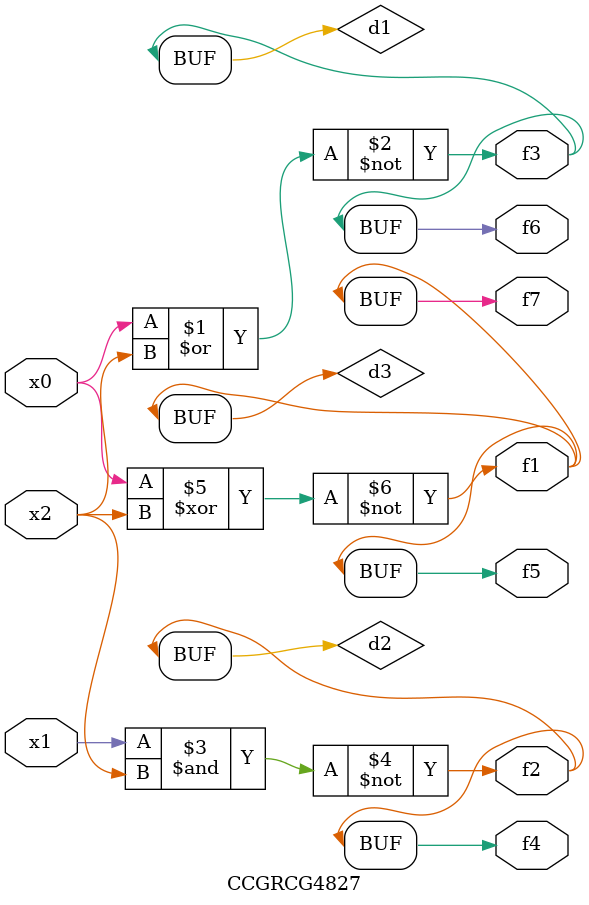
<source format=v>
module CCGRCG4827(
	input x0, x1, x2,
	output f1, f2, f3, f4, f5, f6, f7
);

	wire d1, d2, d3;

	nor (d1, x0, x2);
	nand (d2, x1, x2);
	xnor (d3, x0, x2);
	assign f1 = d3;
	assign f2 = d2;
	assign f3 = d1;
	assign f4 = d2;
	assign f5 = d3;
	assign f6 = d1;
	assign f7 = d3;
endmodule

</source>
